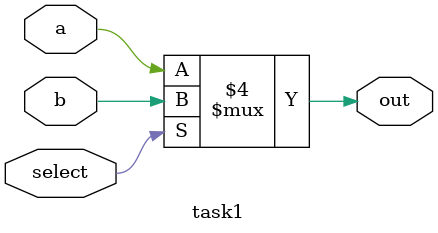
<source format=v>
module task1(a,
             b,
             select,
             out);
    input a, b, select;
    output out;
    reg out;
    
    always@(a, b, select)
    begin
        if (select == 0)
            out = a;
        else
            out = b;
    end
endmodule

</source>
